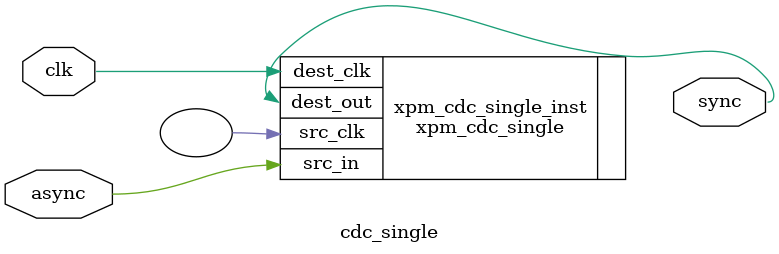
<source format=v>
module cdc_single
(
    input async, clk,
    output sync
);

xpm_cdc_single #
(
    .DEST_SYNC_FF  (4),   
    .INIT_SYNC_FF  (0),   
    .SIM_ASSERT_CHK(0), 
    .SRC_INPUT_REG (0)   
)
xpm_cdc_single_inst
(
    .src_clk (     ),  
    .src_in  (async),
    .dest_clk(clk  ), 
    .dest_out(sync ) 
);

endmodule
</source>
